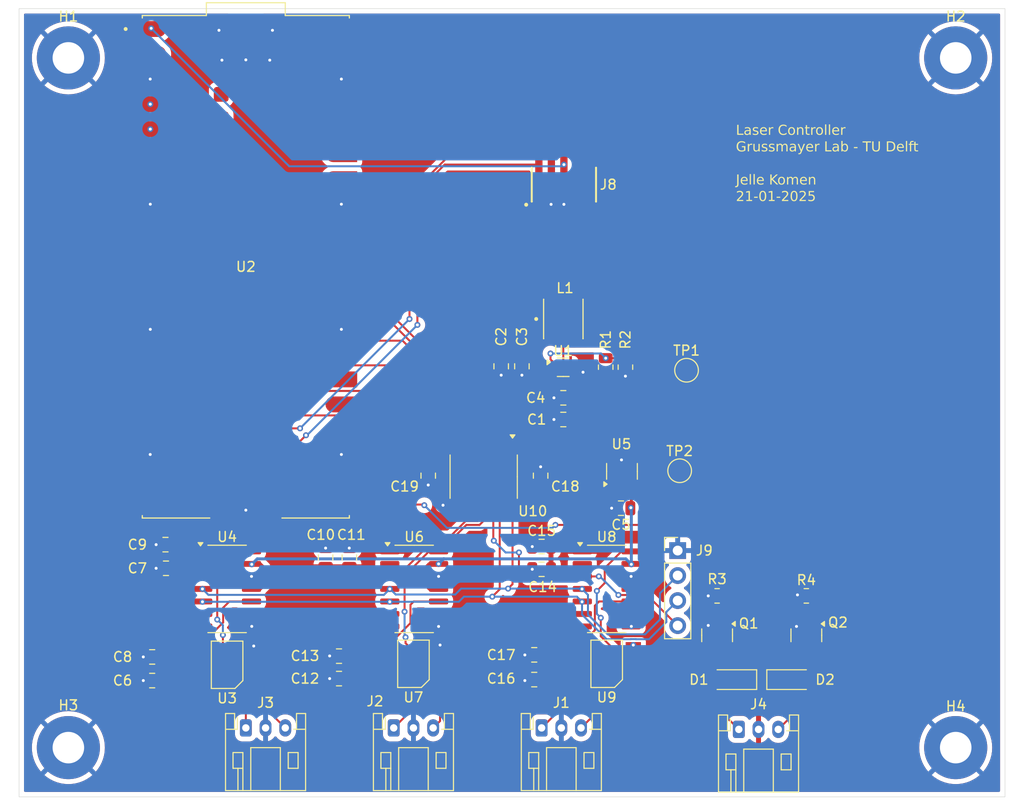
<source format=kicad_pcb>
(kicad_pcb (version 20240108) (generator "pcbnew") (generator_version "8.0")
  (layers (0 "F.Cu" signal) (31 "B.Cu" signal) (34 "B.Paste" user) (35 "F.Paste" user) (36 "B.SilkS" user "B.Silkscreen") (37 "F.SilkS" user "F.Silkscreen") (38 "B.Mask" user) (39 "F.Mask" user) (44 "Edge.Cuts" user))
  (net 0 "")
  (net 1 "GND")
  (net 2 "VCC")
  (net 3 "+2V5")
  (net 4 "DAC_A0")
  (net 5 "DAC_A1")
  (net 6 "DAC_B0")
  (net 7 "DAC_B1")
  (net 8 "DAC_C0")
  (net 9 "DAC_C1")
  (net 11 "SWO")
  (net 13 "SWDCLK")
  (net 14 "SWDIO")
  (net 17 "CLK")
  (net 18 "CS_A")
  (net 19 "MOSI")
  (net 20 "Net-(U1-SW)")
  (net 21 "PWM")
  (net 22 "Net-(U1-FB)")
  (net 27 "CS_C")
  (net 28 "CS_B")
  (net 53 "Net-(U3A-+)")
  (net 54 "Net-(U3B-+)")
  (net 61 "Net-(U6-VoutB)")
  (net 62 "Net-(U6-VoutA)")
  (net 66 "Net-(U8-VoutB)")
  (net 67 "Net-(U8-VoutA)")
  (net 68 "CLK_B")
  (net 69 "CS_A_B")
  (net 70 "MOSI_B")
  (net 71 "OE")
  (net 72 "CS_C_B")
  (net 73 "CS_B_B")
  (net 80 "Motor- A")
  (net 81 "Motor- B")
  (net 82 "+3.3V")
  (footprint "TestPoint:TestPoint_Pad_D2.0mm" (layer "F.Cu") (at 164 105.9)
    (property "Reference" "TP2")
    (property "Value" "TEST +2V5")
  )
  (footprint "Resistor_SMD:R_0805_2012Metric" (layer "F.Cu") (at 176.85 118.6 180)
    (property "Reference" "R4")
    (property "Value" "10k")
  )
  (footprint "Capacitor_SMD:C_0805_2012Metric" (layer "F.Cu") (at 111.9 115.8 180)
    (property "Reference" "C7")
    (property "Value" "100n")
  )
  (footprint "Capacitor_SMD:C_0805_2012Metric" (layer "F.Cu") (at 129.45 126.995 180)
    (property "Reference" "C12")
    (property "Value" "10u")
  )
  (footprint "Capacitor_SMD:C_0805_2012Metric" (layer "F.Cu") (at 149.25 127.095 180)
    (property "Reference" "C16")
    (property "Value" "10u")
  )
  (footprint "parts:SOIC-8-SN" (layer "F.Cu") (at 118.1 125.595 90)
    (property "Reference" "U3")
    (property "Value" "MCP6022")
  )
  (footprint "MountingHole:MountingHole_3.2mm_M3_Pad" (layer "F.Cu") (at 192 64)
    (property "Reference" "H2")
    (property "Value" "MountingHole_Pad")
  )
  (footprint "Connector_JST:JST_PH_S3B-PH-K_1x03_P2.00mm_Horizontal" (layer "F.Cu") (at 170 132.15)
    (property "Reference" "J4")
    (property "Value" "S3B-PH-K-S_LF__SN_")
  )
  (footprint "parts:MODULE_SC0915" (layer "F.Cu") (at 120 85.2)
    (property "Reference" "U2")
    (property "Value" "SC0915")
  )
  (footprint "Package_SO:Texas_PW0020A_TSSOP-20_4.4x6.5mm_P0.65mm" (layer "F.Cu") (at 144.125 106.5 -90)
    (property "Reference" "U10")
    (property "Value" "TXS0108EPW")
  )
  (footprint "parts:IND_XEL4030-102MEC" (layer "F.Cu") (at 152.2 90.5)
    (property "Reference" "L1")
    (property "Value" "XEL4030-102MEC")
  )
  (footprint "MountingHole:MountingHole_3.2mm_M3_Pad" (layer "F.Cu") (at 192 134)
    (property "Reference" "H4")
    (property "Value" "MountingHole_Pad")
  )
  (footprint "Capacitor_SMD:C_0805_2012Metric" (layer "F.Cu") (at 150 113.59 180)
    (property "Reference" "C15")
    (property "Value" "100n")
  )
  (footprint "Package_TO_SOT_SMD:SOT-23" (layer "F.Cu") (at 167.8 122.6 -90)
    (property "Reference" "Q1")
    (property "Value" "AO3400A")
  )
  (footprint "parts:SOIC-8-SN" (layer "F.Cu") (at 137 125.495 90)
    (property "Reference" "U7")
    (property "Value" "MCP6022")
  )
  (footprint "Capacitor_SMD:C_0805_2012Metric" (layer "F.Cu") (at 149.9 106.4 90)
    (property "Reference" "C18")
    (property "Value" "100n")
  )
  (footprint "parts:SAMTEC_FTSH-105-01-F-DV-P-TR" (layer "F.Cu") (at 152.26 76.865)
    (property "Reference" "J8")
    (property "Value" "FTSH-105-01-F-DV-P-TR")
  )
  (footprint "Diode_SMD:D_SOD-123" (layer "F.Cu") (at 175.2 127.1)
    (property "Reference" "D2")
    (property "Value" "SM4007PL")
  )
  (footprint "Package_SO:SOIC-14_3.9x8.7mm_P1.27mm" (layer "F.Cu") (at 156.6 117.895)
    (property "Reference" "U8")
    (property "Value" "MCP4922-ESL")
  )
  (footprint "Resistor_SMD:R_0805_2012Metric" (layer "F.Cu") (at 158.5 95.3875 -90)
    (property "Reference" "R2")
    (property "Value" "100k")
  )
  (footprint "Diode_SMD:D_SOD-123" (layer "F.Cu") (at 169.45 127.1 180)
    (property "Reference" "D1")
    (property "Value" "SM4007PL")
  )
  (footprint "Resistor_SMD:R_0805_2012Metric" (layer "F.Cu") (at 156.5 95.3875 90)
    (property "Reference" "R1")
    (property "Value" "820k")
  )
  (footprint "Capacitor_SMD:C_0805_2012Metric" (layer "F.Cu") (at 148 95.3 -90)
    (property "Reference" "C3")
    (property "Value" "10u")
  )
  (footprint "Package_TO_SOT_SMD:SOT-23-3" (layer "F.Cu") (at 158.15 105.9625 90)
    (property "Reference" "U5")
    (property "Value" "REF3025-AIDBZR")
  )
  (footprint "Resistor_SMD:R_0805_2012Metric" (layer "F.Cu") (at 167.8 118.6 180)
    (property "Reference" "R3")
    (property "Value" "10k")
  )
  (footprint "Package_TO_SOT_SMD:SOT-23" (layer "F.Cu") (at 176.85 122.6 -90)
    (property "Reference" "Q2")
    (property "Value" "AO3400A")
  )
  (footprint "MountingHole:MountingHole_3.2mm_M3_Pad" (layer "F.Cu") (at 102 64)
    (property "Reference" "H1")
    (property "Value" "MountingHole_Pad")
  )
  (footprint "Capacitor_SMD:C_0805_2012Metric" (layer "F.Cu") (at 128.09 114.7 90)
    (property "Reference" "C10")
    (property "Value" "10u")
  )
  (footprint "Connector_JST:JST_PH_S3B-PH-K_1x03_P2.00mm_Horizontal" (layer "F.Cu") (at 150 132)
    (property "Reference" "J1")
    (property "Value" "S3B-PH-K-S_LF__SN_")
  )
  (footprint "MountingHole:MountingHole_3.2mm_M3_Pad" (layer "F.Cu") (at 102 134)
    (property "Reference" "H3")
    (property "Value" "MountingHole_Pad")
  )
  (footprint "Capacitor_SMD:C_0805_2012Metric" (layer "F.Cu") (at 152.2 100.7 180)
    (property "Reference" "C1")
    (property "Value" "10u")
  )
  (footprint "Capacitor_SMD:C_0805_2012Metric" (layer "F.Cu") (at 111.85 113.4 180)
    (property "Reference" "C9")
    (property "Value" "10u")
  )
  (footprint "Capacitor_SMD:C_0805_2012Metric" (layer "F.Cu") (at 152.2 98.5 180)
    (property "Reference" "C4")
    (property "Value" "10u")
  )
  (footprint "Capacitor_SMD:C_0805_2012Metric" (layer "F.Cu") (at 138.5 106.4 -90)
    (property "Reference" "C19")
    (property "Value" "100n")
  )
  (footprint "Connector_PinHeader_2.54mm:PinHeader_1x04_P2.54mm_Vertical" (layer "F.Cu") (at 163.8 114)
    (property "Reference" "J9")
    (property "Value" "Conn_01x04_Pin")
  )
  (footprint "Capacitor_SMD:C_0805_2012Metric" (layer "F.Cu") (at 130.5 114.7 90)
    (property "Reference" "C11")
    (property "Value" "100n")
  )
  (footprint "Connector_JST:JST_PH_S3B-PH-K_1x03_P2.00mm_Horizontal" (layer "F.Cu") (at 120 132)
    (property "Reference" "J3")
    (property "Value" "S3B-PH-K-S_LF__SN_")
  )
  (footprint "Capacitor_SMD:C_0805_2012Metric" (layer "F.Cu") (at 149.25 124.585 180)
    (property "Reference" "C17")
    (property "Value" "100n")
  )
  (footprint "Package_SO:SOIC-14_3.9x8.7mm_P1.27mm" (layer "F.Cu") (at 137.075 117.895)
    (property "Reference" "U6")
    (property "Value" "MCP4922-ESL")
  )
  (footprint "TestPoint:TestPoint_Pad_D2.0mm" (layer "F.Cu") (at 164.7 95.7)
    (property "Reference" "TP1")
    (property "Value" "TEST +5V5")
  )
  (footprint "Capacitor_SMD:C_0805_2012Metric" (layer "F.Cu") (at 150 115.9 180)
    (property "Reference" "C14")
    (property "Value" "10u")
  )
  (footprint "Capacitor_SMD:C_0805_2012Metric" (layer "F.Cu") (at 158.05 109.7 180)
    (property "Reference" "C5")
    (property "Value" "10u")
  )
  (footprint "Capacitor_SMD:C_0805_2012Metric" (layer "F.Cu") (at 110.5 124.795 180)
    (property "Reference" "C8")
    (property "Value" "10u")
  )
  (footprint "Package_SO:SOIC-14_3.9x8.7mm_P1.27mm" (layer "F.Cu") (at 118.1 117.895)
    (property "Reference" "U4")
    (property "Value" "MCP4922-ESL")
  )
  (footprint "Package_TO_SOT_SMD:SOT-563" (layer "F.Cu") (at 152.1875 95.4)
    (property "Reference" "U1")
    (property "Value" "TPS61023")
  )
  (footprint "Capacitor_SMD:C_0805_2012Metric" (layer "F.Cu") (at 145.9 95.3 -90)
    (property "Reference" "C2")
    (property "Value" "100n")
  )
  (footprint "parts:SOIC-8-SN" (layer "F.Cu") (at 156.6 125.495 90)
    (property "Reference" "U9")
    (property "Value" "MCP6022")
  )
  (footprint "Connector_JST:JST_PH_S3B-PH-K_1x03_P2.00mm_Horizontal" (layer "F.Cu") (at 135 132)
    (property "Reference" "J2")
    (property "Value" "S3B-PH-K-S_LF__SN_")
  )
  (footprint "Capacitor_SMD:C_0805_2012Metric" (layer "F.Cu") (at 110.5 127.195 180)
    (property "Reference" "C6")
    (property "Value" "100n")
  )
  (footprint "Capacitor_SMD:C_0805_2012Metric" (layer "F.Cu") (at 129.45 124.715 180)
    (property "Reference" "C13")
    (property "Value" "100n")
  )
  (gr_rect (start 97 59) (end 197 139) (stroke (width 0.05)) (fill none) (layer "Edge.Cuts"))
  (gr_text "Laser Controller\nGrussmayer Lab - TU Delft\n\nJelle Komen\n21-01-2025" (at 169.7 78.7 0) (layer "F.SilkS") (effects (font (size 1 1) (thickness 0.1)) (justify left bottom)))
  (segment (start 109.55 127.195) (end 109.6 127.195) (width 0.2) (layer "F.Cu") (net 1))
  (segment (start 141.2 109.4) (end 140 109.4) (width 0.2) (layer "F.Cu") (net 1))
  (segment (start 152.9 95.9) (end 154.2 95.9) (width 0.2) (layer "F.Cu") (net 1))
  (via (at 139.55 116.625) (size 0.6) (drill 0.3) (layers "F.Cu" "B.Cu") (net 1))
  (via (at 150.96 78.865) (size 0.6) (drill 0.3) (layers "F.Cu" "B.Cu") (net 1))
  (via (at 166.9 121.6) (size 0.6) (drill 0.3) (layers "F.Cu" "B.Cu") (net 1))
  (via (at 151.25 98.5) (size 0.6) (drill 0.3) (layers "F.Cu" "B.Cu") (net 1))
  (via (at 138.5 107.35) (size 0.6) (drill 0.3) (layers "F.Cu" "B.Cu") (net 1))
  (via (at 129.69 104.25) (size 0.6) (drill 0.3) (layers "F.Cu" "B.Cu") (net 1))
  (via (at 151.25 100.7) (size 0.6) (drill 0.3) (layers "F.Cu" "B.Cu") (net 1))
  (via (at 148.3 124.595) (size 0.6) (drill 0.3) (layers "F.Cu" "B.Cu") (net 1))
  (via (at 128.09 113.75) (size 0.6) (drill 0.3) (layers "F.Cu" "B.Cu") (net 1))
  (via (at 110.3 104.25) (size 0.6) (drill 0.3) (layers "F.Cu" "B.Cu") (net 1))
  (via (at 149.05 113.6) (size 0.6) (drill 0.3) (layers "F.Cu" "B.Cu") (net 1))
  (via (at 120 109.9) (size 0.6) (drill 0.3) (layers "F.Cu" "B.Cu") (net 1))
  (via (at 128.5 124.695) (size 0.6) (drill 0.3) (layers "F.Cu" "B.Cu") (net 1))
  (via (at 148 96.2) (size 0.6) (drill 0.3) (layers "F.Cu" "B.Cu") (net 1))
  (via (at 129.69 78.85) (size 0.6) (drill 0.3) (layers "F.Cu" "B.Cu") (net 1))
  (via (at 129.69 66.15) (size 0.6) (drill 0.3) (layers "F.Cu" "B.Cu") (net 1))
  (via (at 129.69 91.55) (size 0.6) (drill 0.3) (layers "F.Cu" "B.Cu") (net 1))
  (via (at 145.9 96.2) (size 0.6) (drill 0.3) (layers "F.Cu" "B.Cu") (net 1))
  (via (at 149.9 105.5) (size 0.6) (drill 0.3) (layers "F.Cu" "B.Cu") (net 1))
  (via (at 148.3 127.195) (size 0.6) (drill 0.3) (layers "F.Cu" "B.Cu") (net 1))
  (via (at 139.55 121.705) (size 0.6) (drill 0.3) (layers "F.Cu" "B.Cu") (net 1))
  (via (at 166.9 118.6) (size 0.6) (drill 0.3) (layers "F.Cu" "B.Cu") (net 1))
  (via (at 152.26 78.865) (size 0.6) (drill 0.3) (layers "F.Cu" "B.Cu") (net 1))
  (via (at 154.2 95.9) (size 0.6) (drill 0.3) (layers "F.Cu" "B.Cu") (net 1))
  (via (at 109.6 127.195) (size 0.6) (drill 0.3) (layers "F.Cu" "B.Cu") (net 1))
  (via (at 110.9 113.4) (size 0.6) (drill 0.3) (layers "F.Cu" "B.Cu") (net 1))
  (via (at 159.3 123.59) (size 0.6) (drill 0.3) (layers "F.Cu" "B.Cu") (net 1))
  (via (at 110.31 78.85) (size 0.6) (drill 0.3) (layers "F.Cu" "B.Cu") (net 1))
  (via (at 149.05 115.9) (size 0.6) (drill 0.3) (layers "F.Cu" "B.Cu") (net 1))
  (via (at 158.5 96.3) (size 0.6) (drill 0.3) (layers "F.Cu" "B.Cu") (net 1))
  (via (at 159.1 121.695) (size 0.6) (drill 0.3) (layers "F.Cu" "B.Cu") (net 1))
  (via (at 128.5 126.995) (size 0.6) (drill 0.3) (layers "F.Cu" "B.Cu") (net 1))
  (via (at 110.3 66.15) (size 0.6) (drill 0.3) (layers "F.Cu" "B.Cu") (net 1))
  (via (at 110.31 91.55) (size 0.6) (drill 0.3) (layers "F.Cu" "B.Cu") (net 1))
  (via (at 120.8 123.69) (size 0.6) (drill 0.3) (layers "F.Cu" "B.Cu") (net 1))
  (via (at 120.575 116.625) (size 0.6) (drill 0.3) (layers "F.Cu" "B.Cu") (net 1))
  (via (at 175.95 118.5) (size 0.6) (drill 0.3) (layers "F.Cu" "B.Cu") (net 1))
  (via (at 120 64.2) (size 0.6) (drill 0.3) (layers "F.Cu" "B.Cu") (net 1))
  (via (at 175.85 121.7) (size 0.6) (drill 0.3) (layers "F.Cu" "B.Cu") (net 1))
  (via (at 157.1 109.7) (size 0.6) (drill 0.3) (layers "F.Cu" "B.Cu") (net 1))
  (via (at 158.1 104.8) (size 0.6) (drill 0.3) (layers "F.Cu" "B.Cu") (net 1))
  (via (at 110.9 115.8) (size 0.6) (drill 0.3) (layers "F.Cu" "B.Cu") (net 1))
  (via (at 117.575 64.23) (size 0.6) (drill 0.3) (layers "F.Cu" "B.Cu") (net 1))
  (via (at 122.425 64.23) (size 0.6) (drill 0.3) (layers "F.Cu" "B.Cu") (net 1))
  (via (at 122.7 61.2) (size 0.6) (drill 0.3) (layers "F.Cu" "B.Cu") (net 1))
  (via (at 117.275 61.2) (size 0.6) (drill 0.3) (layers "F.Cu" "B.Cu") (net 1))
  (via (at 139.7 123.59) (size 0.6) (drill 0.3) (layers "F.Cu" "B.Cu") (net 1))
  (via (at 120.6 121.695) (size 0.6) (drill 0.3) (layers "F.Cu" "B.Cu") (net 1))
  (via (at 130.49 113.75) (size 0.6) (drill 0.3) (layers "F.Cu" "B.Cu") (net 1))
  (via (at 159.075 116.625) (size 0.6) (drill 0.3) (layers "F.Cu" "B.Cu") (net 1))
  (via (at 109.6 124.795) (size 0.6) (drill 0.3) (layers "F.Cu" "B.Cu") (net 1))
  (via (at 140 109.4) (size 0.6) (drill 0.3) (layers "F.Cu" "B.Cu") (net 1))
  (segment (start 152.9 94.9) (end 153.7 94.9) (width 0.2) (layer "F.Cu") (net 2))
  (segment (start 146.4 109.4) (end 146.4 108.1) (width 0.2) (layer "F.Cu") (net 2))
  (segment (start 121.549999 117.895) (end 120.575 117.895) (width 0.2) (layer "F.Cu") (net 3))
  (segment (start 159.1 109.6) (end 159.05 109.65) (width 0.3) (layer "F.Cu") (net 3))
  (segment (start 159.05 109.65) (end 159 109.7) (width 0.3) (layer "F.Cu") (net 3))
  (segment (start 160.3 105.9) (end 159.1 107.1) (width 0.3) (layer "F.Cu") (net 3))
  (segment (start 138 115.930001) (end 138 117.3) (width 0.3) (layer "F.Cu") (net 3))
  (segment (start 121.9 115.705001) (end 121.9 117.544999) (width 0.2) (layer "F.Cu") (net 3))
  (segment (start 138.595 117.895) (end 139.55 117.895) (width 0.3) (layer "F.Cu") (net 3))
  (segment (start 121.549999 115.355) (end 121.9 115.705001) (width 0.2) (layer "F.Cu") (net 3))
  (segment (start 121.9 117.544999) (end 121.549999 117.895) (width 0.2) (layer "F.Cu") (net 3))
  (segment (start 139.55 115.355) (end 138.575001 115.355) (width 0.3) (layer "F.Cu") (net 3))
  (segment (start 120.575 115.355) (end 121.549999 115.355) (width 0.2) (layer "F.Cu") (net 3))
  (segment (start 164 105.9) (end 160.3 105.9) (width 0.3) (layer "F.Cu") (net 3))
  (segment (start 160.2 115.4) (end 160.6 115.8) (width 0.3) (layer "F.Cu") (net 3))
  (segment (start 160.6 117.5) (end 160.205 117.895) (width 0.3) (layer "F.Cu") (net 3))
  (segment (start 159.1 107.1) (end 159.1 109.6) (width 0.3) (layer "F.Cu") (net 3))
  (segment (start 138 117.3) (end 138.595 117.895) (width 0.3) (layer "F.Cu") (net 3))
  (segment (start 160.205 117.895) (end 159.075 117.895) (width 0.3) (layer "F.Cu") (net 3))
  (segment (start 138.575001 115.355) (end 138 115.930001) (width 0.3) (layer "F.Cu") (net 3))
  (segment (start 159.1 115.4) (end 160.2 115.4) (width 0.3) (layer "F.Cu") (net 3))
  (segment (start 160.6 115.8) (end 160.6 117.5) (width 0.3) (layer "F.Cu") (net 3))
  (via (at 120.6 115.4) (size 0.6) (drill 0.3) (layers "F.Cu" "B.Cu") (net 3))
  (via (at 159.1 115.4) (size 0.6) (drill 0.3) (layers "F.Cu" "B.Cu") (net 3))
  (via (at 159.05 109.65) (size 0.6) (drill 0.3) (layers "F.Cu" "B.Cu") (net 3))
  (via (at 139.55 115.355) (size 0.6) (drill 0.3) (layers "F.Cu" "B.Cu") (net 3))
  (segment (start 140.06 114.845) (end 139.55 115.355) (width 0.3) (layer "B.Cu") (net 3))
  (segment (start 158.545 114.845) (end 159.1 115.4) (width 0.3) (layer "B.Cu") (net 3))
  (segment (start 159.05 109.65) (end 159.1 109.7) (width 0.3) (layer "B.Cu") (net 3))
  (segment (start 140.1 114.845) (end 121.155 114.845) (width 0.3) (layer "B.Cu") (net 3))
  (segment (start 159.1 109.7) (end 159.1 115.4) (width 0.3) (layer "B.Cu") (net 3))
  (segment (start 140.1 114.845) (end 140.06 114.845) (width 0.3) (layer "B.Cu") (net 3))
  (segment (start 158.545 114.845) (end 140.1 114.845) (width 0.3) (layer "B.Cu") (net 3))
  (segment (start 121.155 114.845) (end 120.6 115.4) (width 0.3) (layer "B.Cu") (net 3))
  (segment (start 158.6 127.4) (end 154 132) (width 0.2) (layer "F.Cu") (net 4))
  (segment (start 159.3 127.4) (end 158.6 127.4) (width 0.2) (layer "F.Cu") (net 4))
  (segment (start 159.3 126.13) (end 159.3 127.4) (width 0.2) (layer "F.Cu") (net 4))
  (segment (start 152.9 129.1) (end 154.7 129.1) (width 0.2) (layer "F.Cu") (net 5))
  (segment (start 155.6 128.2) (end 155.6 126.8) (width 0.2) (layer "F.Cu") (net 5))
  (segment (start 150 132) (end 152.9 129.1) (width 0.2) (layer "F.Cu") (net 5))
  (segment (start 154.93 126.13) (end 153.9 126.13) (width 0.2) (layer "F.Cu") (net 5))
  (segment (start 153.9 126.13) (end 153.425 126.13) (width 0.2) (layer "F.Cu") (net 5))
  (segment (start 154.7 129.1) (end 155.6 128.2) (width 0.2) (layer "F.Cu") (net 5))
  (segment (start 153.9 124.86) (end 153.9 126.13) (width 0.2) (layer "F.Cu") (net 5))
  (segment (start 155.6 126.8) (end 154.93 126.13) (width 0.2) (layer "F.Cu") (net 5))
  (segment (start 139.7 127.4) (end 139.7 131.3) (width 0.2) (layer "F.Cu") (net 6))
  (segment (start 139.7 131.3) (end 139 132) (width 0.2) (layer "F.Cu") (net 6))
  (segment (start 139.7 126.13) (end 139.7 127.4) (width 0.2) (layer "F.Cu") (net 6))
  (segment (start 134.3 126.13) (end 134.2 126.23) (width 0.2) (layer "F.Cu") (net 7))
  (segment (start 134.3 124.86) (end 134.3 126.13) (width 0.2) (layer "F.Cu") (net 7))
  (segment (start 135.53 126.13) (end 136.2 126.8) (width 0.2) (layer "F.Cu") (net 7))
  (segment (start 134.3 126.13) (end 135.53 126.13) (width 0.2) (layer "F.Cu") (net 7))
  (segment (start 136.2 130.8) (end 135 132) (width 0.2) (layer "F.Cu") (net 7))
  (segment (start 136.2 126.8) (end 136.2 130.8) (width 0.2) (layer "F.Cu") (net 7))
  (segment (start 120.8 127.5) (end 120.8 128.8) (width 0.2) (layer "F.Cu") (net 8))
  (segment (start 120.8 126.23) (end 120.8 127.5) (width 0.2) (layer "F.Cu") (net 8))
  (segment (start 120.8 128.8) (end 124 132) (width 0.2) (layer "F.Cu") (net 8))
  (segment (start 120 130.355) (end 120 132) (width 0.2) (layer "F.Cu") (net 9))
  (segment (start 115.4 126.23) (end 115.875 126.23) (width 0.2) (layer "F.Cu") (net 9))
  (segment (start 115.4 124.96) (end 115.4 126.23) (width 0.2) (layer "F.Cu") (net 9))
  (segment (start 115.875 126.23) (end 120 130.355) (width 0.2) (layer "F.Cu") (net 9))
  (segment (start 115.4 126.23) (end 114.995 126.23) (width 0.2) (layer "F.Cu") (net 9))
  (segment (start 110.33 61.07) (end 110.4 61) (width 0.2) (layer "F.Cu") (net 11))
  (segment (start 110.31 61.07) (end 110.33 61.07) (width 0.2) (layer "F.Cu") (net 11))
  (via (at 152.26 74.83) (size 0.6) (drill 0.3) (layers "F.Cu" "B.Cu") (net 11))
  (via (at 110.4 61) (size 0.6) (drill 0.3) (layers "F.Cu" "B.Cu") (net 11))
  (segment (start 110.4 61) (end 124.4 75) (width 0.2) (layer "B.Cu") (net 11))
  (segment (start 152.09 75) (end 152.26 74.83) (width 0.2) (layer "B.Cu") (net 11))
  (segment (start 124.4 75) (end 152.09 75) (width 0.2) (layer "B.Cu") (net 11))
  (segment (start 150.99 73.805) (end 150.32 73.135) (width 0.2) (layer "F.Cu") (net 13))
  (segment (start 125.5 101.6) (end 122.2 101.6) (width 0.2) (layer "F.Cu") (net 13))
  (segment (start 141.402552 73.135) (end 136.6 77.937552) (width 0.2) (layer "F.Cu") (net 13))
  (segment (start 122.2 101.6) (end 117.46 106.34) (width 0.2) (layer "F.Cu") (net 13))
  (segment (start 150.99 74.83) (end 150.99 73.805) (width 0.2) (layer "F.Cu") (net 13))
  (segment (start 136.6 77.937552) (end 136.6 90.5) (width 0.2) (layer "F.Cu") (net 13))
  (segment (start 117.46 106.34) (end 117.46 109.9) (width 0.2) (layer "F.Cu") (net 13))
  (segment (start 150.32 73.135) (end 141.402552 73.135) (width 0.2) (layer "F.Cu") (net 13))
  (via (at 136.6 90.5) (size 0.6) (drill 0.3) (layers "F.Cu" "B.Cu") (net 13))
  (via (at 125.5 101.6) (size 0.6) (drill 0.3) (layers "F.Cu" "B.Cu") (net 13))
  (segment (start 136.6 90.5) (end 125.5 101.6) (width 0.2) (layer "B.Cu") (net 13))
  (segment (start 137.4 77.6) (end 137.4 91.1) (width 0.2) (layer "F.Cu") (net 14))
  (segment (start 122.54 105.86) (end 122.54 109.9) (width 0.2) (layer "F.Cu") (net 14))
  (segment (start 140.17 74.83) (end 137.4 77.6) (width 0.2) (layer "F.Cu") (net 14))
  (segment (start 149.72 74.83) (end 140.17 74.83) (width 0.2) (layer "F.Cu") (net 14))
  (segment (start 126.1 102.3) (end 122.54 105.86) (width 0.2) (layer "F.Cu") (net 14))
  (via (at 137.4 91.1) (size 0.6) (drill 0.3) (layers "F.Cu" "B.Cu") (net 14))
  (via (at 126.1 102.3) (size 0.6) (drill 0.3) (layers "F.Cu" "B.Cu") (net 14))
  (segment (start 126.2 102.3) (end 126.1 102.3) (width 0.2) (layer "B.Cu") (net 14))
  (segment (start 137.4 91.1) (end 126.2 102.3) (width 0.2) (layer "B.Cu") (net 14))
  (segment (start 110.31 68.69) (end 112.09 68.69) (width 0.2) (layer "F.Cu") (net 17))
  (segment (start 113.5 72.7) (end 128.695 87.895) (width 0.2) (layer "F.Cu") (net 17))
  (segment (start 112.09 68.69) (end 113.5 70.1) (width 0.2) (layer "F.Cu") (net 17))
  (segment (start 128.695 87.895) (end 132.595 87.895) (width 0.2) (layer "F.Cu") (net 17))
  (segment (start 113.5 70.1) (end 113.5 72.7) (width 0.2) (layer "F.Cu") (net 17))
  (segment (start 147.05 102.35) (end 147.05 103.6) (width 0.2) (layer "F.Cu") (net 17))
  (segment (start 132.595 87.895) (end 147.05 102.35) (width 0.2) (layer "F.Cu") (net 17))
  (via (at 110.31 68.7) (size 0.6) (drill 0.3) (layers "F.Cu" "B.Cu") (net 17))
  (segment (start 110.31 68.75) (end 110.31 68.7) (width 0.2) (layer "B.Cu") (net 17))
  (segment (start 110.31 68.7) (end 110.31 68.69) (width 0.2) (layer "B.Cu") (net 17))
  (segment (start 145.1 101.9) (end 145.1 103.6) (width 0.2) (layer "F.Cu") (net 18))
  (segment (start 128.111558 92.7) (end 135.9 92.7) (width 0.2) (layer "F.Cu") (net 18))
  (segment (start 135.9 92.7) (end 145.1 101.9) (width 0.2) (layer "F.Cu") (net 18))
  (segment (start 111.721558 76.31) (end 128.111558 92.7) (width 0.2) (layer "F.Cu") (net 18))
  (segment (start 110.31 76.31) (end 111.721558 76.31) (width 0.2) (layer "F.Cu") (net 18))
  (segment (start 110.31 71.23) (end 111.13 71.23) (width 0.2) (layer "F.Cu") (net 19))
  (segment (start 128.2 90.4) (end 134.3 90.4) (width 0.2) (layer "F.Cu") (net 19))
  (segment (start 134.3 90.4) (end 145.75 101.85) (width 0.2) (layer "F.Cu") (net 19))
  (segment (start 145.75 101.85) (end 145.75 103.6) (width 0.2) (layer "F.Cu") (net 19))
  (segment (start 111.13 71.23) (end 112.5 72.6) (width 0.2) (layer "F.Cu") (net 19))
  (segment (start 112.5 74.7) (end 128.2 90.4) (width 0.2) (layer "F.Cu") (net 19))
  (segment (start 112.5 72.6) (end 112.5 74.7) (width 0.2) (layer "F.Cu") (net 19))
  (via (at 110.31 71.23) (size 0.6) (drill 0.3) (layers "F.Cu" "B.Cu") (net 19))
  (segment (start 110.31 71.29) (end 110.31 71.23) (width 0.2) (layer "B.Cu") (net 19))
  (segment (start 152.9 95.4) (end 152.512068 95.4) (width 0.2) (layer "F.Cu") (net 20))
  (segment (start 152.512068 95.4) (end 152.2 95.087932) (width 0.2) (layer "F.Cu") (net 20))
  (segment (start 152.2 91.685) (end 153.385 90.5) (width 0.2) (layer "F.Cu") (net 20))
  (segment (start 152.2 95.087932) (end 152.2 91.685) (width 0.2) (layer "F.Cu") (net 20))
  (segment (start 177.7625 121.625) (end 177.8 121.6625) (width 0.2) (layer "F.Cu") (net 21))
  (segment (start 168.7125 119.7) (end 168.7125 121.625) (width 0.2) (layer "F.Cu") (net 21))
  (segment (start 138.03 109.33) (end 138.1 109.4) (width 0.2) (layer "F.Cu") (net 21))
  (segment (start 177.4625 120.2) (end 177.7625 120.5) (width 0.2) (layer "F.Cu") (net 21))
  (segment (start 165.6 111.4) (end 168.7125 114.5125) (width 0.2) (layer "F.Cu") (net 21))
  (segment (start 177.7625 118.6) (end 177.7625 120.5) (width 0.2) (layer "F.Cu") (net 21))
  (segment (start 168.7125 118.6) (end 168.7125 119.7) (width 0.2) (layer "F.Cu") (net 21))
  (segment (start 129.69 109.33) (end 138.029744 109.33) (width 0.2) (layer "F.Cu") (net 21))
  (segment (start 168.7125 114.5125) (end 168.7125 118.6) (width 0.2) (layer "F.Cu") (net 21))
  (segment (start 168.7125 121.625) (end 168.75 121.6625) (width 0.2) (layer "F.Cu") (net 21))
  (segment (start 151.4 111.4) (end 165.6 111.4) (width 0.2) (layer "F.Cu") (net 21))
  (segment (start 168.7125 119.7125) (end 169.2 120.2) (width 0.2) (layer "F.Cu") (net 21))
  (segment (start 177.7625 120.5) (end 177.7625 121.625) (width 0.2) (layer "F.Cu") (net 21))
  (segment (start 168.7125 119.7) (end 168.7125 119.7125) (width 0.2) (layer "F.Cu") (net 21))
  (segment (start 169.2 120.2) (end 177.4625 120.2) (width 0.2) (layer "F.Cu") (net 21))
  (segment (start 138.029744 109.33) (end 138.03 109.33) (width 0.2) (layer "F.Cu") (net 21))
  (via (at 138.1 109.4) (size 0.6) (drill 0.3) (layers "F.Cu" "B.Cu") (net 21))
  (via (at 151.4 111.4) (size 0.6) (drill 0.3) (layers "F.Cu" "B.Cu") (net 21))
  (segment (start 140.4 111.7) (end 151.1 111.7) (width 0.2) (layer "B.Cu") (net 21))
  (segment (start 138.1 109.4) (end 140.4 111.7) (width 0.2) (layer "B.Cu") (net 21))
  (segment (start 151.1 111.7) (end 151.4 111.4) (width 0.2) (layer "B.Cu") (net 21))
  (segment (start 150.9 94.6) (end 151.2 94.9) (width 0.2) (layer "F.Cu") (net 22))
  (segment (start 158.5 94.475) (end 156.5 94.475) (width 0.2) (layer "F.Cu") (net 22))
  (segment (start 151.2 94.9) (end 151.475 94.9) (width 0.2) (layer "F.Cu") (net 22))
  (segment (start 150.9 94) (end 150.9 94.6) (width 0.2) (layer "F.Cu") (net 22))
  (via (at 156.5 94.475) (size 0.6) (drill 0.3) (layers "F.Cu" "B.Cu") (net 22))
  (via (at 150.9 94) (size 0.6) (drill 0.3) (layers "F.Cu" "B.Cu") (net 22))
  (segment (start 156.025 94) (end 156.5 94.475) (width 0.2) (layer "B.Cu") (net 22))
  (segment (start 150.9 94) (end 156.025 94) (width 0.2) (layer "B.Cu") (net 22))
  (segment (start 139.4 97.8) (end 143.8 102.2) (width 0.2) (layer "F.Cu") (net 27))
  (segment (start 124.18 97.8) (end 139.4 97.8) (width 0.2) (layer "F.Cu") (net 27))
  (segment (start 110.31 83.93) (end 124.18 97.8) (width 0.2) (layer "F.Cu") (net 27))
  (segment (start 143.8 102.2) (end 143.8 103.6) (width 0.2) (layer "F.Cu") (net 27))
  (segment (start 144.45 102.05) (end 144.45 103.6) (width 0.2) (layer "F.Cu") (net 28))
  (segment (start 110.31 81.39) (end 124.125 95.205) (width 0.2) (layer "F.Cu") (net 28))
  (segment (start 137.605 95.205) (end 144.45 102.05) (width 0.2) (layer "F.Cu") (net 28))
  (segment (start 124.125 95.205) (end 137.605 95.205) (width 0.2) (layer "F.Cu") (net 28))
  (segment (start 117.1 121) (end 117.1 116.362448) (width 0.2) (layer "F.Cu") (net 53))
  (segment (start 117.527 115.935448) (end 117.527 114.773) (width 0.2) (layer "F.Cu") (net 53))
  (segment (start 118.215 114.085) (end 120.575 114.085) (width 0.2) (layer "F.Cu") (net 53))
  (segment (start 120.585 114.085) (end 120.7 114.2) (width 0.2) (layer "F.Cu") (net 53))
  (segment (start 117.671488 123.971488) (end 118.66 124.96) (width 0.2) (layer "F.Cu") (net 53))
  (segment (start 117.1 116.362448) (end 117.527 115.935448) (width 0.2) (layer "F.Cu") (net 53))
  (segment (start 117.527 114.773) (end 118.215 114.085) (width 0.2) (layer "F.Cu") (net 53))
  (segment (start 118.66 124.96) (end 120.8 124.96) (width 0.2) (layer "F.Cu") (net 53))
  (segment (start 117.671488 122.571488) (end 117.671488 123.971488) (width 0.2) (layer "F.Cu") (net 53))
  (via (at 117.1 121) (size 0.6) (drill 0.3) (layers "F.Cu" "B.Cu") (net 53))
  (via (at 117.671488 122.571488) (size 0.6) (drill 0.3) (layers "F.Cu" "B.Cu") (net 53))
  (segment (start 117.1 121) (end 117.671488 121.571488) (width 0.2) (layer "B.Cu") (net 53))
  (segment (start 117.671488 121.571488) (end 117.671488 122.571488) (width 0.2) (layer "B.Cu") (net 53))
  (segment (start 117.7 121.3) (end 115.4 123.6) (width 0.2) (layer "F.Cu") (net 54))
  (segment (start 115.4 123.6) (end 115.4 123.69) (width 0.2) (layer "F.Cu") (net 54))
  (segment (start 120.575 119.165) (end 118.335 119.165) (width 0.2) (layer "F.Cu") (net 54))
  (segment (start 117.7 119.8) (end 117.7 121.3) (width 0.2) (layer "F.Cu") (net 54))
  (segment (start 118.335 119.165) (end 117.7 119.8) (width 0.2) (layer "F.Cu") (net 54))
  (segment (start 136.7 119.5) (end 136.7 121.360276) (width 0.2) (layer "F.Cu") (net 61))
  (segment (start 139.55 119.165) (end 137.035 119.165) (width 0.2) (layer "F.Cu") (net 61))
  (segment (start 134.470276 123.59) (end 134.3 123.59) (width 0.2) (layer "F.Cu") (net 61))
  (segment (start 137.035 119.165) (end 136.7 119.5) (width 0.2) (layer "F.Cu") (net 61))
  (segment (start 136.7 121.360276) (end 134.470276 123.59) (width 0.2) (layer "F.Cu") (net 61))
  (segment (start 136.2 122.8) (end 136.2 123.4) (width 0.2) (layer "F.Cu") (net 62))
  (segment (start 137.66 124.86) (end 139.7 124.86) (width 0.2) (layer "F.Cu") (net 62))
  (segment (start 136.1 116.560001) (end 138.575001 114.085) (width 0.2) (layer "F.Cu") (net 62))
  (segment (start 136.2 123.4) (end 137.66 124.86) (width 0.2) (layer "F.Cu") (net 62))
  (segment (start 136.1 120.2) (end 136.1 116.560001) (width 0.2) (layer "F.Cu") (net 62))
  (segment (start 138.575001 114.085) (end 139.55 114.085) (width 0.2) (layer "F.Cu") (net 62))
  (via (at 136.1 120.2) (size 0.6) (drill 0.3) (layers "F.Cu" "B.Cu") (net 62))
  (via (at 136.2 122.8) (size 0.6) (drill 0.3) (layers "F.Cu" "B.Cu") (net 62))
  (segment (start 136.1 122.7) (end 136.1 120.2) (width 0.2) (layer "B.Cu") (net 62))
  (segment (start 136.2 122.8) (end 136.1 122.7) (width 0.2) (layer "B.Cu") (net 62))
  (segment (start 159.075 119.165) (end 155.835 119.165) (width 0.2) (layer "F.Cu") (net 66))
  (segment (start 155.835 119.165) (end 155.4 119.6) (width 0.2) (layer "F.Cu") (net 66))
  (segment (start 155.4 122.09) (end 153.9 123.59) (width 0.2) (layer "F.Cu") (net 66))
  (segment (start 155.4 119.6) (end 155.4 122.09) (width 0.2) (layer "F.Cu") (net 66))
  (segment (start 159.175 124.96) (end 159.275 124.86) (width 0.2) (layer "F.Cu") (net 67))
  (segment (start 156.4 115.785001) (end 158.100001 114.085) (width 0.2) (layer "F.Cu") (net 67))
  (segment (start 155.6 118.1) (end 156.4 117.3) (width 0.2) (layer "F.Cu") (net 67))
  (segment (start 156 120.825735) (end 156 122.7) (width 0.2) (layer "F.Cu") (net 67))
  (segment (start 156.4 117.3) (end 156.4 115.785001) (width 0.2) (layer "F.Cu") (net 67))
  (segment (start 158.16 124.86) (end 159.3 124.86) (width 0.2) (layer "F.Cu") (net 67))
  (segment (start 159.275 124.86) (end 159.3 124.86) (width 0.2) (layer "F.Cu") (net 67))
  (segment (start 158.100001 114.085) (end 159.075 114.085) (width 0.2) (layer "F.Cu") (net 67))
  (segment (start 159.420552 114.085) (end 159.075 114.085) (width 0.2) (layer "F.Cu") (net 67))
  (segment (start 156 122.7) (end 158.16 124.86) (width 0.2) (layer "F.Cu") (net 67))
  (via (at 155.6 118.1) (size 0.6) (drill 0.3) (layers "F.Cu" "B.Cu") (net 67))
  (via (at 156 120.825735) (size 0.6) (drill 0.3) (layers "F.Cu" "B.Cu") (net 67))
  (segment (start 155.6 120.425735) (end 155.6 118.1) (width 0.2) (layer "B.Cu") (net 67))
  (segment (start 156 120.825735) (end 155.6 120.425735) (width 0.2) (layer "B.Cu") (net 67))
  (segment (start 154.125 117.895) (end 154.105 117.895) (width 0.2) (layer "F.Cu") (net 68))
  (segment (start 147.05 109.4) (end 147.05 117.41) (width 0.2) (layer "F.Cu") (net 68))
  (segment (start 147.05 117.41) (end 146.6 117.86) (width 0.2) (layer "F.Cu") (net 68))
  (segment (start 154.105 117.895) (end 154.1 117.9) (width 0.2) (layer "F.Cu") (net 68))
  (segment (start 134.6 117.895) (end 134.6 117.9) (width 0.2) (layer "F.Cu") (net 68))
  (segment (start 115.625 117.895) (end 115.6 117.895) (width 0.2) (layer "F.Cu") (net 68))
  (via (at 134.6 117.9) (size 0.6) (drill 0.3) (layers "F.Cu" "B.Cu") (net 68))
  (via (at 115.6 117.895) (size 0.6) (drill 0.3) (layers "F.Cu" "B.Cu") (net 68))
  (via (at 146.6 117.86) (size 0.6) (drill 0.3) (layers "F.Cu" "B.Cu") (net 68))
  (via (at 154.1 117.9) (size 0.6) (drill 0.3) (layers "F.Cu" "B.Cu") (net 68))
  (segment (start 146.6 117.86) (end 141.84 117.86) (width 0.2) (layer "B.Cu") (net 68))
  (segment (start 160.5 122.5) (end 156.7 122.5) (width 0.2) (layer "B.Cu") (net 68))
  (segment (start 162 121) (end 160.5 122.5) (width 0.2) (layer "B.Cu") (net 68))
  (segment (start 116.205 118.5) (end 134 118.5) (width 0.2) (layer "B.Cu") (net 68))
  (segment (start 156.7 122.5) (end 154.7 120.5) (width 0.2) (layer "B.Cu") (net 68))
  (segment (start 154.1 117.86) (end 146.6 117.86) (width 0.2) (layer "B.Cu") (net 68))
  (segment (start 135.2 118.46) (end 134.6 117.86) (width 0.2) (layer "B.Cu") (net 68))
  (segment (start 162 118.34) (end 162 121) (width 0.2) (layer "B.Cu") (net 68))
  (segment (start 154.7 118.5) (end 154.1 117.9) (width 0.2) (layer "B.Cu") (net 68))
  (segment (start 141.84 117.86) (end 141.24 118.46) (width 0.2) (layer "B.Cu") (net 68))
  (segment (start 154.7 120.5) (end 154.7 118.5) (width 0.2) (layer "B.Cu") (net 68))
  (segment (start 163.8 116.54) (end 162 118.34) (width 0.2) (layer "B.Cu") (net 68))
  (segment (start 115.6 117.895) (end 116.205 118.5) (width 0.2) (layer "B.Cu") (net 68))
  (segment (start 134 118.5) (end 134.6 117.9) (width 0.2) (layer "B.Cu") (net 68))
  (segment (start 141.24 118.46) (end 135.2 118.46) (width 0.2) (layer "B.Cu") (net 68))
  (segment (start 145.1 109.4) (end 145.1 112.95) (width 0.2) (layer "F.Cu") (net 69))
  (segment (start 163.8 121.62) (end 160.689255 118.509255) (width 0.2) (layer "F.Cu") (net 69))
  (segment (start 160.689255 118.509255) (end 157.790878 118.509255) (width 0.2) (layer "F.Cu") (net 69))
  (segment (start 147.7 116.059744) (end 148.565256 116.925) (width 0.2) (layer "F.Cu") (net 69))
  (segment (start 153.825 116.925) (end 154.125 116.625) (width 0.2) (layer "F.Cu") (net 69))
  (segment (start 147.7 114.195) (end 147.7 116.059744) (width 0.2) (layer "F.Cu") (net 69))
  (segment (start 148.565256 116.925) (end 153.825 116.925) (width 0.2) (layer "F.Cu") (net 69))
  (segment (start 155.8 116.625) (end 154.125 116.625) (width 0.2) (layer "F.Cu") (net 69))
  (segment (start 145.1 112.95) (end 145.15 113) (width 0.2) (layer "F.Cu") (net 69))
  (via (at 145.15 113) (size 0.6) (drill 0.3) (layers "F.Cu" "B.Cu") (net 69))
  (via (at 155.8 116.625) (size 0.6) (drill 0.3) (layers "F.Cu" "B.Cu") (net 69))
  (via (at 147.7 114.195) (size 0.6) (drill 0.3) (layers "F.Cu" "B.Cu") (net 69))
  (via (at 157.790878 118.509255) (size 0.6) (drill 0.3) (layers "F.Cu" "B.Cu") (net 69))
  (segment (start 146.345 114.195) (end 147.7 114.195) (width 0.2) (layer "B.Cu") (net 69))
  (segment (start 145.15 113) (end 146.345 114.195) (width 0.2) (layer "B.Cu") (net 69))
  (segment (start 155.8 116.625) (end 155.906623 116.625) (width 0.2) (layer "B.Cu") (net 69))
  (segment (start 155.906623 116.625) (end 157.790878 118.509255) (width 0.2) (layer "B.Cu") (net 69))
  (segment (start 115.625 119.175) (end 115.6 119.2) (width 0.2) (layer "F.Cu") (net 70))
  (segment (start 134.6 119.165) (end 134.6 119.2) (width 0.2) (layer "F.Cu") (net 70))
  (segment (start 115.625 119.165) (end 115.625 119.175) (width 0.2) (layer "F.Cu") (net 70))
  (segment (start 154.125 119.165) (end 154.125 119.175) (width 0.2) (layer "F.Cu") (net 70))
  (segment (start 145.75 109.4) (end 145.75 117.93) (width 0.2) (layer "F.Cu") (net 70))
  (segment (start 154.125 119.175) (end 154.1 119.2) (width 0.2) (layer "F.Cu") (net 70))
  (segment (start 145.75 117.93) (end 145 118.68) (width 0.2) (layer "F.Cu") (net 70))
  (via (at 145 118.68) (size 0.6) (drill 0.3) (layers "F.Cu" "B.Cu") (net 70))
  (via (at 115.6 119.2) (size 0.6) (drill 0.3) (layers "F.Cu" "B.Cu") (net 70))
  (via (at 154.1 119.2) (size 0.6) (drill 0.3) (layers "F.Cu" "B.Cu") (net 70))
  (via (at 134.6 119.2) (size 0.6) (drill 0.3) (layers "F.Cu" "B.Cu") (net 70))
  (segment (start 159.558529 123) (end 160.9 123) (width 0.2) (layer "B.Cu") (net 70))
  (segment (start 134.6 119.2) (end 115.6 119.2) (width 0.2) (layer "B.Cu") (net 70))
  (segment (start 153.58 118.68) (end 145 118.68) (width 0.2) (layer "B.Cu") (net 70))
  (segment (start 162.65 120.23) (end 163.8 119.08) (width 0.2) (layer "B.Cu") (net 70))
  (segment (start 141.6 119.2) (end 134.6 119.2) (width 0.2) (layer "B.Cu") (net 70))
  (segment (start 154.1 119.2) (end 154.1 120.5) (width 0.2) (layer "B.Cu") (net 70))
  (segment (start 159.041471 123) (end 159.051471 122.99) (width 0.2) (layer "B.Cu") (net 70))
  (segment (start 154.1 119.2) (end 153.58 118.68) (width 0.2) (layer "B.Cu") (net 70))
  (segment (start 159.548529 122.99) (end 159.558529 123) (width 0.2) (layer "B.Cu") (net 70))
  (segment (start 156.6 123) (end 159.041471 123) (width 0.2) (layer "B.Cu") (net 70))
  (segment (start 159.051471 122.99) (end 159.548529 122.99) (width 0.2) (layer "B.Cu") (net 70))
  (segment (start 142.12 118.68) (end 141.6 119.2) (width 0.2) (layer "B.Cu") (net 70))
  (segment (start 160.9 123) (end 162.65 121.25) (width 0.2) (layer "B.Cu") (net 70))
  (segment (start 154.1 120.5) (end 156.6 123) (width 0.2) (layer "B.Cu") (net 70))
  (segment (start 162.65 121.25) (end 162.65 120.23) (width 0.2) (layer "B.Cu") (net 70))
  (segment (start 145 118.68) (end 142.12 118.68) (width 0.2) (layer "B.Cu") (net 70))
  (segment (start 139.785 100.285) (end 141.2 101.7) (width 0.2) (layer "F.Cu") (net 71))
  (segment (start 141.2 101.7) (end 141.2 103.6) (width 0.2) (layer "F.Cu") (net 71))
  (segment (start 124.125 100.285) (end 139.785 100.285) (width 0.2) (layer "F.Cu") (net 71))
  (segment (start 110.31 86.47) (end 124.125 100.285) (width 0.2) (layer "F.Cu") (net 71))
  (segment (start 140.735 112.565) (end 117.735 112.565) (width 0.2) (layer "F.Cu") (net 72))
  (segment (start 115.625 116.625) (end 115.625 116.62) (width 0.2) (layer "F.Cu") (net 72))
  (segment (start 143.8 109.4) (end 143.8 110.7) (width 0.2) (layer "F.Cu") (net 72))
  (segment (start 117.2 115.8) (end 116.375 116.625) (width 0.2) (layer "F.Cu") (net 72))
  (segment (start 142.3 111) (end 140.735 112.565) (width 0.2) (layer "F.Cu") (net 72))
  (segment (start 143.5 111) (end 142.3 111) (width 0.2) (layer "F.Cu") (net 72))
  (segment (start 115.625 116.62) (end 115.6 116.595) (width 0.2) (layer "F.Cu") (net 72))
  (segment (start 117.2 113.1) (end 117.2 115.8) (width 0.2) (layer "F.Cu") (net 72))
  (segment (start 116.375 116.625) (end 115.625 116.625) (width 0.2) (layer "F.Cu") (net 72))
  (segment (start 117.735 112.565) (end 117.2 113.1) (width 0.2) (layer "F.Cu") (net 72))
  (segment (start 143.8 110.7) (end 143.5 111) (width 0.2) (layer "F.Cu") (net 72))
  (segment (start 143.7 111.4) (end 142.362448 111.4) (width 0.2) (layer "F.Cu") (net 73))
  (segment (start 135.375 116.625) (end 134.6 116.625) (width 0.2) (layer "F.Cu") (net 73))
  (segment (start 140.277448 113.485) (end 138.515 113.485) (width 0.2) (layer "F.Cu") (net 73))
  (segment (start 144.45 109.4) (end 144.45 110.65) (width 0.2) (layer "F.Cu") (net 73))
  (segment (start 144.45 110.65) (end 143.7 111.4) (width 0.2) (layer "F.Cu") (net 73))
  (segment (start 138.515 113.485) (end 135.375 116.625) (width 0.2) (layer "F.Cu") (net 73))
  (segment (start 142.362448 111.4) (end 140.277448 113.485) (width 0.2) (layer "F.Cu") (net 73))
  (segment (start 167.8 123.5375) (end 167.8 127.1) (width 0.2) (layer "F.Cu") (net 80))
  (segment (start 167.8 129.95) (end 170 132.15) (width 0.2) (layer "F.Cu") (net 80))
  (segment (start 167.8 127.1) (end 167.8 129.95) (width 0.2) (layer "F.Cu") (net 80))
  (segment (start 176.85 127.1) (end 176.85 129.3) (width 0.2) (layer "F.Cu") (net 81))
  (segment (start 176.85 127.05) (end 176.9 127.1) (width 0.2) (layer "F.Cu") (net 81))
  (segment (start 176.85 123.5375) (end 176.85 127.05) (width 0.2) (layer "F.Cu") (net 81))
  (segment (start 176.85 129.3) (end 174 132.15) (width 0.2) (layer "F.Cu") (net 81))
  (segment (start 151.475 95.4) (end 151.475 95.9) (width 0.2) (layer "F.Cu") (net 82))
  (segment (start 146.4 103.6) (end 146.4 105.1) (width 0.2) (layer "F.Cu") (net 82))
  (zone (net 2) (net_name "VCC") (layer "F.Cu") (priority 1) (connect_pads (clearance 0.5)) (min_thickness 0.25) (fill yes (thermal_gap 0.5) (thermal_bridge_width 0.5))
    (polygon (pts (xy 152.4 106.4) (xy 97.2 106.4) (xy 97 139) (xy 168.9 139) (xy 168.9 93.3) (xy 152.2 93.4) (xy 152.2 93.5)))
  )
  (zone (net 82) (net_name "+3.3V") (layer "F.Cu") (priority 2) (connect_pads (clearance 0.5)) (min_thickness 0.25) (fill yes (thermal_gap 0.5) (thermal_bridge_width 0.5))
    (polygon (pts (xy 97 59) (xy 197 59) (xy 197 139) (xy 168.9 139) (xy 168.9 93.3) (xy 152.2 93.4) (xy 152.2 106.3) (xy 97 106.3)))
  )
  (zone (net 1) (net_name "GND") (layer "B.Cu") (connect_pads (clearance 0.5)) (min_thickness 0.25) (fill yes (thermal_gap 0.5) (thermal_bridge_width 0.5))
    (polygon (pts (xy 97 59) (xy 197 59) (xy 197 139) (xy 97 139)))
  )
)
</source>
